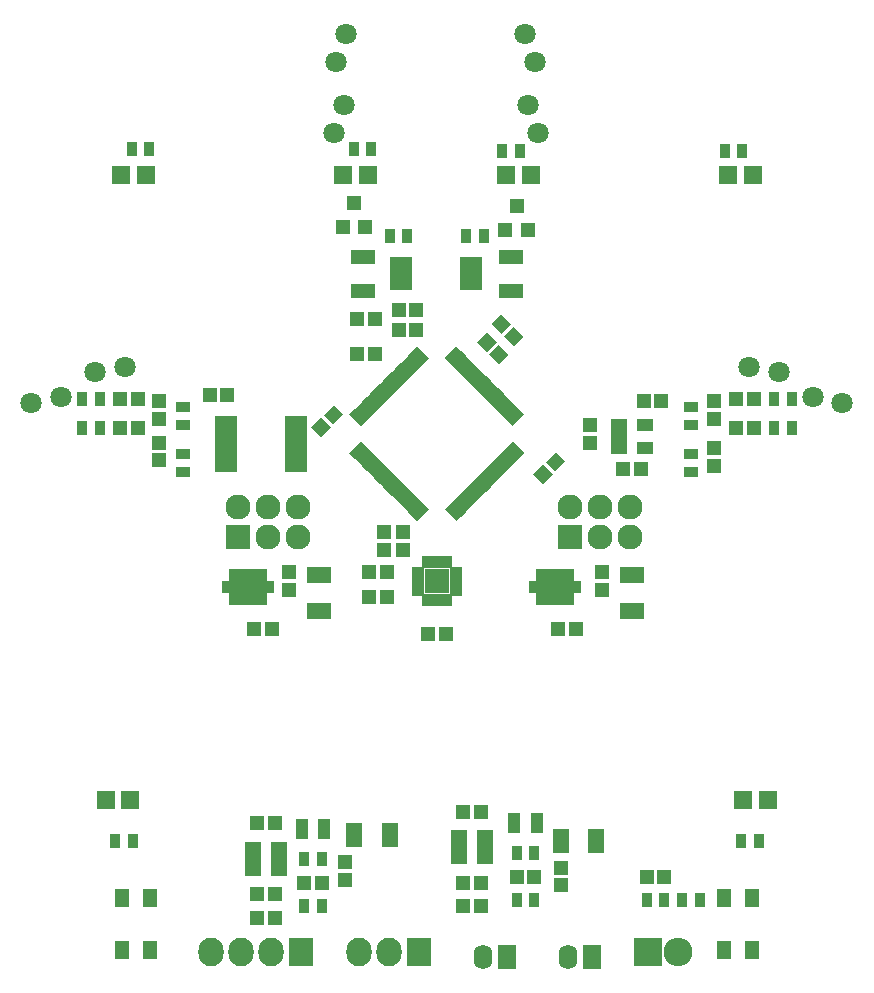
<source format=gts>
G04 #@! TF.FileFunction,Soldermask,Top*
%FSLAX46Y46*%
G04 Gerber Fmt 4.6, Leading zero omitted, Abs format (unit mm)*
G04 Created by KiCad (PCBNEW 4.0.4-stable) date *
%MOMM*%
%LPD*%
G01*
G04 APERTURE LIST*
%ADD10C,0.100000*%
%ADD11C,1.800000*%
%ADD12R,1.200000X1.150000*%
%ADD13R,1.150000X1.200000*%
%ADD14R,1.400000X2.000000*%
%ADD15R,1.598880X1.598880*%
%ADD16R,1.460000X1.050000*%
%ADD17R,0.600000X1.100000*%
%ADD18R,1.100000X0.600000*%
%ADD19R,1.200000X1.275000*%
%ADD20R,0.680000X1.000000*%
%ADD21R,4.400000X1.100000*%
%ADD22R,1.850000X0.850000*%
%ADD23R,1.100000X1.700000*%
%ADD24R,1.600000X2.100000*%
%ADD25O,1.600000X2.100000*%
%ADD26R,2.432000X2.432000*%
%ADD27O,2.432000X2.432000*%
%ADD28R,2.127200X2.432000*%
%ADD29O,2.127200X2.432000*%
%ADD30R,2.127200X2.127200*%
%ADD31O,2.127200X2.127200*%
%ADD32R,1.200100X1.200100*%
%ADD33R,0.900000X1.300000*%
%ADD34R,1.300000X0.900000*%
%ADD35R,1.200000X1.600000*%
%ADD36R,2.000000X1.400000*%
%ADD37R,2.100000X1.300000*%
G04 APERTURE END LIST*
D10*
D11*
X114169827Y-60871239D03*
X116671239Y-60430173D03*
X139759044Y-38027775D03*
X140627775Y-35640956D03*
X139959044Y-32027775D03*
X140827775Y-29640956D03*
D10*
G36*
X158548008Y-65038820D02*
X159361180Y-65851992D01*
X158512652Y-66700520D01*
X157699480Y-65887348D01*
X158548008Y-65038820D01*
X158548008Y-65038820D01*
G37*
G36*
X157487348Y-66099480D02*
X158300520Y-66912652D01*
X157451992Y-67761180D01*
X156638820Y-66948008D01*
X157487348Y-66099480D01*
X157487348Y-66099480D01*
G37*
G36*
X155447324Y-61396358D02*
X155906943Y-61855977D01*
X154916994Y-62845926D01*
X154457375Y-62386307D01*
X155447324Y-61396358D01*
X155447324Y-61396358D01*
G37*
G36*
X155093771Y-61042804D02*
X155553390Y-61502423D01*
X154563441Y-62492372D01*
X154103822Y-62032753D01*
X155093771Y-61042804D01*
X155093771Y-61042804D01*
G37*
G36*
X154740217Y-60689251D02*
X155199836Y-61148870D01*
X154209887Y-62138819D01*
X153750268Y-61679200D01*
X154740217Y-60689251D01*
X154740217Y-60689251D01*
G37*
G36*
X154386664Y-60335698D02*
X154846283Y-60795317D01*
X153856334Y-61785266D01*
X153396715Y-61325647D01*
X154386664Y-60335698D01*
X154386664Y-60335698D01*
G37*
G36*
X154033111Y-59982144D02*
X154492730Y-60441763D01*
X153502781Y-61431712D01*
X153043162Y-60972093D01*
X154033111Y-59982144D01*
X154033111Y-59982144D01*
G37*
G36*
X153679557Y-59628591D02*
X154139176Y-60088210D01*
X153149227Y-61078159D01*
X152689608Y-60618540D01*
X153679557Y-59628591D01*
X153679557Y-59628591D01*
G37*
G36*
X153326004Y-59275037D02*
X153785623Y-59734656D01*
X152795674Y-60724605D01*
X152336055Y-60264986D01*
X153326004Y-59275037D01*
X153326004Y-59275037D01*
G37*
G36*
X152972450Y-58921484D02*
X153432069Y-59381103D01*
X152442120Y-60371052D01*
X151982501Y-59911433D01*
X152972450Y-58921484D01*
X152972450Y-58921484D01*
G37*
G36*
X152618897Y-58567931D02*
X153078516Y-59027550D01*
X152088567Y-60017499D01*
X151628948Y-59557880D01*
X152618897Y-58567931D01*
X152618897Y-58567931D01*
G37*
G36*
X152265344Y-58214377D02*
X152724963Y-58673996D01*
X151735014Y-59663945D01*
X151275395Y-59204326D01*
X152265344Y-58214377D01*
X152265344Y-58214377D01*
G37*
G36*
X151911790Y-57860824D02*
X152371409Y-58320443D01*
X151381460Y-59310392D01*
X150921841Y-58850773D01*
X151911790Y-57860824D01*
X151911790Y-57860824D01*
G37*
G36*
X151558237Y-57507270D02*
X152017856Y-57966889D01*
X151027907Y-58956838D01*
X150568288Y-58497219D01*
X151558237Y-57507270D01*
X151558237Y-57507270D01*
G37*
G36*
X151204683Y-57153717D02*
X151664302Y-57613336D01*
X150674353Y-58603285D01*
X150214734Y-58143666D01*
X151204683Y-57153717D01*
X151204683Y-57153717D01*
G37*
G36*
X150851130Y-56800164D02*
X151310749Y-57259783D01*
X150320800Y-58249732D01*
X149861181Y-57790113D01*
X150851130Y-56800164D01*
X150851130Y-56800164D01*
G37*
G36*
X150497577Y-56446610D02*
X150957196Y-56906229D01*
X149967247Y-57896178D01*
X149507628Y-57436559D01*
X150497577Y-56446610D01*
X150497577Y-56446610D01*
G37*
G36*
X150144023Y-56093057D02*
X150603642Y-56552676D01*
X149613693Y-57542625D01*
X149154074Y-57083006D01*
X150144023Y-56093057D01*
X150144023Y-56093057D01*
G37*
G36*
X146396358Y-56552676D02*
X146855977Y-56093057D01*
X147845926Y-57083006D01*
X147386307Y-57542625D01*
X146396358Y-56552676D01*
X146396358Y-56552676D01*
G37*
G36*
X146042804Y-56906229D02*
X146502423Y-56446610D01*
X147492372Y-57436559D01*
X147032753Y-57896178D01*
X146042804Y-56906229D01*
X146042804Y-56906229D01*
G37*
G36*
X145689251Y-57259783D02*
X146148870Y-56800164D01*
X147138819Y-57790113D01*
X146679200Y-58249732D01*
X145689251Y-57259783D01*
X145689251Y-57259783D01*
G37*
G36*
X145335698Y-57613336D02*
X145795317Y-57153717D01*
X146785266Y-58143666D01*
X146325647Y-58603285D01*
X145335698Y-57613336D01*
X145335698Y-57613336D01*
G37*
G36*
X144982144Y-57966889D02*
X145441763Y-57507270D01*
X146431712Y-58497219D01*
X145972093Y-58956838D01*
X144982144Y-57966889D01*
X144982144Y-57966889D01*
G37*
G36*
X144628591Y-58320443D02*
X145088210Y-57860824D01*
X146078159Y-58850773D01*
X145618540Y-59310392D01*
X144628591Y-58320443D01*
X144628591Y-58320443D01*
G37*
G36*
X144275037Y-58673996D02*
X144734656Y-58214377D01*
X145724605Y-59204326D01*
X145264986Y-59663945D01*
X144275037Y-58673996D01*
X144275037Y-58673996D01*
G37*
G36*
X143921484Y-59027550D02*
X144381103Y-58567931D01*
X145371052Y-59557880D01*
X144911433Y-60017499D01*
X143921484Y-59027550D01*
X143921484Y-59027550D01*
G37*
G36*
X143567931Y-59381103D02*
X144027550Y-58921484D01*
X145017499Y-59911433D01*
X144557880Y-60371052D01*
X143567931Y-59381103D01*
X143567931Y-59381103D01*
G37*
G36*
X143214377Y-59734656D02*
X143673996Y-59275037D01*
X144663945Y-60264986D01*
X144204326Y-60724605D01*
X143214377Y-59734656D01*
X143214377Y-59734656D01*
G37*
G36*
X142860824Y-60088210D02*
X143320443Y-59628591D01*
X144310392Y-60618540D01*
X143850773Y-61078159D01*
X142860824Y-60088210D01*
X142860824Y-60088210D01*
G37*
G36*
X142507270Y-60441763D02*
X142966889Y-59982144D01*
X143956838Y-60972093D01*
X143497219Y-61431712D01*
X142507270Y-60441763D01*
X142507270Y-60441763D01*
G37*
G36*
X142153717Y-60795317D02*
X142613336Y-60335698D01*
X143603285Y-61325647D01*
X143143666Y-61785266D01*
X142153717Y-60795317D01*
X142153717Y-60795317D01*
G37*
G36*
X141800164Y-61148870D02*
X142259783Y-60689251D01*
X143249732Y-61679200D01*
X142790113Y-62138819D01*
X141800164Y-61148870D01*
X141800164Y-61148870D01*
G37*
G36*
X141446610Y-61502423D02*
X141906229Y-61042804D01*
X142896178Y-62032753D01*
X142436559Y-62492372D01*
X141446610Y-61502423D01*
X141446610Y-61502423D01*
G37*
G36*
X141093057Y-61855977D02*
X141552676Y-61396358D01*
X142542625Y-62386307D01*
X142083006Y-62845926D01*
X141093057Y-61855977D01*
X141093057Y-61855977D01*
G37*
G36*
X142083006Y-64154074D02*
X142542625Y-64613693D01*
X141552676Y-65603642D01*
X141093057Y-65144023D01*
X142083006Y-64154074D01*
X142083006Y-64154074D01*
G37*
G36*
X142436559Y-64507628D02*
X142896178Y-64967247D01*
X141906229Y-65957196D01*
X141446610Y-65497577D01*
X142436559Y-64507628D01*
X142436559Y-64507628D01*
G37*
G36*
X142790113Y-64861181D02*
X143249732Y-65320800D01*
X142259783Y-66310749D01*
X141800164Y-65851130D01*
X142790113Y-64861181D01*
X142790113Y-64861181D01*
G37*
G36*
X143143666Y-65214734D02*
X143603285Y-65674353D01*
X142613336Y-66664302D01*
X142153717Y-66204683D01*
X143143666Y-65214734D01*
X143143666Y-65214734D01*
G37*
G36*
X143497219Y-65568288D02*
X143956838Y-66027907D01*
X142966889Y-67017856D01*
X142507270Y-66558237D01*
X143497219Y-65568288D01*
X143497219Y-65568288D01*
G37*
G36*
X143850773Y-65921841D02*
X144310392Y-66381460D01*
X143320443Y-67371409D01*
X142860824Y-66911790D01*
X143850773Y-65921841D01*
X143850773Y-65921841D01*
G37*
G36*
X144204326Y-66275395D02*
X144663945Y-66735014D01*
X143673996Y-67724963D01*
X143214377Y-67265344D01*
X144204326Y-66275395D01*
X144204326Y-66275395D01*
G37*
G36*
X144557880Y-66628948D02*
X145017499Y-67088567D01*
X144027550Y-68078516D01*
X143567931Y-67618897D01*
X144557880Y-66628948D01*
X144557880Y-66628948D01*
G37*
G36*
X144911433Y-66982501D02*
X145371052Y-67442120D01*
X144381103Y-68432069D01*
X143921484Y-67972450D01*
X144911433Y-66982501D01*
X144911433Y-66982501D01*
G37*
G36*
X145264986Y-67336055D02*
X145724605Y-67795674D01*
X144734656Y-68785623D01*
X144275037Y-68326004D01*
X145264986Y-67336055D01*
X145264986Y-67336055D01*
G37*
G36*
X145618540Y-67689608D02*
X146078159Y-68149227D01*
X145088210Y-69139176D01*
X144628591Y-68679557D01*
X145618540Y-67689608D01*
X145618540Y-67689608D01*
G37*
G36*
X145972093Y-68043162D02*
X146431712Y-68502781D01*
X145441763Y-69492730D01*
X144982144Y-69033111D01*
X145972093Y-68043162D01*
X145972093Y-68043162D01*
G37*
G36*
X146325647Y-68396715D02*
X146785266Y-68856334D01*
X145795317Y-69846283D01*
X145335698Y-69386664D01*
X146325647Y-68396715D01*
X146325647Y-68396715D01*
G37*
G36*
X146679200Y-68750268D02*
X147138819Y-69209887D01*
X146148870Y-70199836D01*
X145689251Y-69740217D01*
X146679200Y-68750268D01*
X146679200Y-68750268D01*
G37*
G36*
X147032753Y-69103822D02*
X147492372Y-69563441D01*
X146502423Y-70553390D01*
X146042804Y-70093771D01*
X147032753Y-69103822D01*
X147032753Y-69103822D01*
G37*
G36*
X147386307Y-69457375D02*
X147845926Y-69916994D01*
X146855977Y-70906943D01*
X146396358Y-70447324D01*
X147386307Y-69457375D01*
X147386307Y-69457375D01*
G37*
G36*
X149154074Y-69916994D02*
X149613693Y-69457375D01*
X150603642Y-70447324D01*
X150144023Y-70906943D01*
X149154074Y-69916994D01*
X149154074Y-69916994D01*
G37*
G36*
X149507628Y-69563441D02*
X149967247Y-69103822D01*
X150957196Y-70093771D01*
X150497577Y-70553390D01*
X149507628Y-69563441D01*
X149507628Y-69563441D01*
G37*
G36*
X149861181Y-69209887D02*
X150320800Y-68750268D01*
X151310749Y-69740217D01*
X150851130Y-70199836D01*
X149861181Y-69209887D01*
X149861181Y-69209887D01*
G37*
G36*
X150214734Y-68856334D02*
X150674353Y-68396715D01*
X151664302Y-69386664D01*
X151204683Y-69846283D01*
X150214734Y-68856334D01*
X150214734Y-68856334D01*
G37*
G36*
X150568288Y-68502781D02*
X151027907Y-68043162D01*
X152017856Y-69033111D01*
X151558237Y-69492730D01*
X150568288Y-68502781D01*
X150568288Y-68502781D01*
G37*
G36*
X150921841Y-68149227D02*
X151381460Y-67689608D01*
X152371409Y-68679557D01*
X151911790Y-69139176D01*
X150921841Y-68149227D01*
X150921841Y-68149227D01*
G37*
G36*
X151275395Y-67795674D02*
X151735014Y-67336055D01*
X152724963Y-68326004D01*
X152265344Y-68785623D01*
X151275395Y-67795674D01*
X151275395Y-67795674D01*
G37*
G36*
X151628948Y-67442120D02*
X152088567Y-66982501D01*
X153078516Y-67972450D01*
X152618897Y-68432069D01*
X151628948Y-67442120D01*
X151628948Y-67442120D01*
G37*
G36*
X151982501Y-67088567D02*
X152442120Y-66628948D01*
X153432069Y-67618897D01*
X152972450Y-68078516D01*
X151982501Y-67088567D01*
X151982501Y-67088567D01*
G37*
G36*
X152336055Y-66735014D02*
X152795674Y-66275395D01*
X153785623Y-67265344D01*
X153326004Y-67724963D01*
X152336055Y-66735014D01*
X152336055Y-66735014D01*
G37*
G36*
X152689608Y-66381460D02*
X153149227Y-65921841D01*
X154139176Y-66911790D01*
X153679557Y-67371409D01*
X152689608Y-66381460D01*
X152689608Y-66381460D01*
G37*
G36*
X153043162Y-66027907D02*
X153502781Y-65568288D01*
X154492730Y-66558237D01*
X154033111Y-67017856D01*
X153043162Y-66027907D01*
X153043162Y-66027907D01*
G37*
G36*
X153396715Y-65674353D02*
X153856334Y-65214734D01*
X154846283Y-66204683D01*
X154386664Y-66664302D01*
X153396715Y-65674353D01*
X153396715Y-65674353D01*
G37*
G36*
X153750268Y-65320800D02*
X154209887Y-64861181D01*
X155199836Y-65851130D01*
X154740217Y-66310749D01*
X153750268Y-65320800D01*
X153750268Y-65320800D01*
G37*
G36*
X154103822Y-64967247D02*
X154563441Y-64507628D01*
X155553390Y-65497577D01*
X155093771Y-65957196D01*
X154103822Y-64967247D01*
X154103822Y-64967247D01*
G37*
G36*
X154457375Y-64613693D02*
X154916994Y-64154074D01*
X155906943Y-65144023D01*
X155447324Y-65603642D01*
X154457375Y-64613693D01*
X154457375Y-64613693D01*
G37*
D12*
X145250000Y-53000000D03*
X146750000Y-53000000D03*
X134750000Y-104500000D03*
X133250000Y-104500000D03*
X152250000Y-103500000D03*
X150750000Y-103500000D03*
X134750000Y-102500000D03*
X133250000Y-102500000D03*
X152250000Y-101500000D03*
X150750000Y-101500000D03*
X134750000Y-96500000D03*
X133250000Y-96500000D03*
X152250000Y-95500000D03*
X150750000Y-95500000D03*
X138750000Y-101500000D03*
X137250000Y-101500000D03*
X156750000Y-101000000D03*
X155250000Y-101000000D03*
D13*
X159000000Y-100250000D03*
X159000000Y-101750000D03*
X140750000Y-99750000D03*
X140750000Y-101250000D03*
D14*
X159000000Y-98000000D03*
X162000000Y-98000000D03*
X141500000Y-97500000D03*
X144500000Y-97500000D03*
D12*
X165750000Y-66500000D03*
X164250000Y-66500000D03*
D13*
X161500000Y-62750000D03*
X161500000Y-64250000D03*
D12*
X166000000Y-60750000D03*
X167500000Y-60750000D03*
X129250000Y-60250000D03*
X130750000Y-60250000D03*
X141750000Y-56750000D03*
X143250000Y-56750000D03*
D13*
X144000000Y-71850000D03*
X144000000Y-73350000D03*
D12*
X167750000Y-101000000D03*
X166250000Y-101000000D03*
D13*
X145600000Y-71850000D03*
X145600000Y-73350000D03*
D10*
G36*
X139748008Y-61038820D02*
X140561180Y-61851992D01*
X139712652Y-62700520D01*
X138899480Y-61887348D01*
X139748008Y-61038820D01*
X139748008Y-61038820D01*
G37*
G36*
X138687348Y-62099480D02*
X139500520Y-62912652D01*
X138651992Y-63761180D01*
X137838820Y-62948008D01*
X138687348Y-62099480D01*
X138687348Y-62099480D01*
G37*
D12*
X145250000Y-54750000D03*
X146750000Y-54750000D03*
X143250000Y-53750000D03*
X141750000Y-53750000D03*
D10*
G36*
X153138820Y-54201992D02*
X153951992Y-53388820D01*
X154800520Y-54237348D01*
X153987348Y-55050520D01*
X153138820Y-54201992D01*
X153138820Y-54201992D01*
G37*
G36*
X154199480Y-55262652D02*
X155012652Y-54449480D01*
X155861180Y-55298008D01*
X155048008Y-56111180D01*
X154199480Y-55262652D01*
X154199480Y-55262652D01*
G37*
G36*
X151888820Y-55701992D02*
X152701992Y-54888820D01*
X153550520Y-55737348D01*
X152737348Y-56550520D01*
X151888820Y-55701992D01*
X151888820Y-55701992D01*
G37*
G36*
X152949480Y-56762652D02*
X153762652Y-55949480D01*
X154611180Y-56798008D01*
X153798008Y-57611180D01*
X152949480Y-56762652D01*
X152949480Y-56762652D01*
G37*
D12*
X144250000Y-77300000D03*
X142750000Y-77300000D03*
X144250000Y-75250000D03*
X142750000Y-75250000D03*
X147750000Y-80500000D03*
X149250000Y-80500000D03*
X160250000Y-80000000D03*
X158750000Y-80000000D03*
D13*
X162500000Y-75250000D03*
X162500000Y-76750000D03*
D12*
X134550000Y-80000000D03*
X133050000Y-80000000D03*
X123150000Y-60600000D03*
X121650000Y-60600000D03*
D13*
X125000000Y-60750000D03*
X125000000Y-62250000D03*
X125000000Y-65750000D03*
X125000000Y-64250000D03*
D12*
X173850000Y-60600000D03*
X175350000Y-60600000D03*
D13*
X172000000Y-62250000D03*
X172000000Y-60750000D03*
D12*
X173850000Y-63000000D03*
X175350000Y-63000000D03*
D13*
X172000000Y-64750000D03*
X172000000Y-66250000D03*
D15*
X176549020Y-94500000D03*
X174450980Y-94500000D03*
X123849020Y-41600000D03*
X121750980Y-41600000D03*
X142649020Y-41600000D03*
X140550980Y-41600000D03*
X154350980Y-41600000D03*
X156449020Y-41600000D03*
X173150980Y-41600000D03*
X175249020Y-41600000D03*
X120450980Y-94500000D03*
X122549020Y-94500000D03*
D11*
X119569827Y-58271239D03*
X122071239Y-57830173D03*
X156172225Y-35640956D03*
X157040956Y-38027775D03*
X174928761Y-57830173D03*
X177430173Y-58271239D03*
X155972225Y-29640956D03*
X156840956Y-32027775D03*
X180328761Y-60430173D03*
X182830173Y-60871239D03*
D16*
X132900000Y-98550000D03*
X132900000Y-99500000D03*
X132900000Y-100450000D03*
X135100000Y-100450000D03*
X135100000Y-98550000D03*
X135100000Y-99500000D03*
X150400000Y-97550000D03*
X150400000Y-98500000D03*
X150400000Y-99450000D03*
X152600000Y-99450000D03*
X152600000Y-97550000D03*
X152600000Y-98500000D03*
X163900000Y-62800000D03*
X163900000Y-63750000D03*
X163900000Y-64700000D03*
X166100000Y-64700000D03*
X166100000Y-62800000D03*
D17*
X149500000Y-74400000D03*
X149100000Y-74400000D03*
X148700000Y-74400000D03*
X148300000Y-74400000D03*
X147900000Y-74400000D03*
X147500000Y-74400000D03*
D18*
X146900000Y-75000000D03*
X146900000Y-75400000D03*
X146900000Y-75800000D03*
X146900000Y-76200000D03*
X146900000Y-76600000D03*
X146900000Y-77000000D03*
D17*
X147500000Y-77600000D03*
X147900000Y-77600000D03*
X148300000Y-77600000D03*
X148700000Y-77600000D03*
X149100000Y-77600000D03*
X149500000Y-77600000D03*
D18*
X150100000Y-77000000D03*
X150100000Y-76600000D03*
X150100000Y-76200000D03*
X150100000Y-75800000D03*
X150100000Y-75400000D03*
X150100000Y-75000000D03*
D19*
X148100000Y-76435000D03*
X148900000Y-76435000D03*
X148100000Y-75565000D03*
X148900000Y-75565000D03*
D20*
X159750000Y-77500000D03*
X159250000Y-77500000D03*
X158750000Y-77500000D03*
X158250000Y-77500000D03*
X157750000Y-77500000D03*
X157250000Y-77500000D03*
X159750000Y-75500000D03*
X159250000Y-75500000D03*
X158750000Y-75500000D03*
X158250000Y-75500000D03*
X157750000Y-75500000D03*
X157250000Y-75500000D03*
D21*
X158500000Y-76500000D03*
D20*
X133750000Y-77500000D03*
X133250000Y-77500000D03*
X132750000Y-77500000D03*
X132250000Y-77500000D03*
X131750000Y-77500000D03*
X131250000Y-77500000D03*
X133750000Y-75500000D03*
X133250000Y-75500000D03*
X132750000Y-75500000D03*
X132250000Y-75500000D03*
X131750000Y-75500000D03*
X131250000Y-75500000D03*
D21*
X132500000Y-76500000D03*
D22*
X151350000Y-50875000D03*
X151350000Y-50225000D03*
X151350000Y-49575000D03*
X151350000Y-48925000D03*
X145450000Y-48925000D03*
X145450000Y-49575000D03*
X145450000Y-50225000D03*
X145450000Y-50875000D03*
D23*
X137050000Y-97000000D03*
X138950000Y-97000000D03*
X155050000Y-96500000D03*
X156950000Y-96500000D03*
D24*
X161600000Y-107800000D03*
D25*
X159600000Y-107800000D03*
D24*
X154400000Y-107800000D03*
D25*
X152400000Y-107800000D03*
D26*
X166400000Y-107400000D03*
D27*
X168940000Y-107400000D03*
D28*
X147000000Y-107400000D03*
D29*
X144460000Y-107400000D03*
X141920000Y-107400000D03*
D30*
X159750000Y-72250000D03*
D31*
X159750000Y-69710000D03*
X162290000Y-72250000D03*
X162290000Y-69710000D03*
X164830000Y-72250000D03*
X164830000Y-69710000D03*
D30*
X131670000Y-72250000D03*
D31*
X131670000Y-69710000D03*
X134210000Y-72250000D03*
X134210000Y-69710000D03*
X136750000Y-72250000D03*
X136750000Y-69710000D03*
D32*
X154300000Y-46250760D03*
X156200000Y-46250760D03*
X155250000Y-44251780D03*
X140550000Y-46000760D03*
X142450000Y-46000760D03*
X141500000Y-44001780D03*
D33*
X174250000Y-98000000D03*
X175750000Y-98000000D03*
X138750000Y-99500000D03*
X137250000Y-99500000D03*
X137250000Y-103500000D03*
X138750000Y-103500000D03*
X156750000Y-99000000D03*
X155250000Y-99000000D03*
X155250000Y-103000000D03*
X156750000Y-103000000D03*
X122650000Y-39400000D03*
X124150000Y-39400000D03*
X141450000Y-39400000D03*
X142950000Y-39400000D03*
X155550000Y-39600000D03*
X154050000Y-39600000D03*
X174350000Y-39600000D03*
X172850000Y-39600000D03*
X122750000Y-98000000D03*
X121250000Y-98000000D03*
X170750000Y-103000000D03*
X169250000Y-103000000D03*
X167750000Y-103000000D03*
X166250000Y-103000000D03*
X119950000Y-60600000D03*
X118450000Y-60600000D03*
D34*
X127000000Y-61250000D03*
X127000000Y-62750000D03*
D33*
X119950000Y-63000000D03*
X118450000Y-63000000D03*
D34*
X127000000Y-66750000D03*
X127000000Y-65250000D03*
D33*
X177050000Y-60600000D03*
X178550000Y-60600000D03*
D34*
X170000000Y-62750000D03*
X170000000Y-61250000D03*
D33*
X177050000Y-63000000D03*
X178550000Y-63000000D03*
D34*
X170000000Y-65250000D03*
X170000000Y-66750000D03*
D33*
X151000000Y-46750000D03*
X152500000Y-46750000D03*
D35*
X124200000Y-107200000D03*
X121800000Y-107200000D03*
X124200000Y-102800000D03*
X121800000Y-102800000D03*
X175200000Y-107200000D03*
X172800000Y-107200000D03*
X175200000Y-102800000D03*
X172800000Y-102800000D03*
D36*
X165000000Y-75500000D03*
X165000000Y-78500000D03*
D13*
X136000000Y-75250000D03*
X136000000Y-76750000D03*
D36*
X138500000Y-75500000D03*
X138500000Y-78500000D03*
D12*
X123150000Y-63000000D03*
X121650000Y-63000000D03*
D37*
X154750000Y-48550000D03*
X154750000Y-51450000D03*
D33*
X146000000Y-46750000D03*
X144500000Y-46750000D03*
D37*
X142250000Y-48550000D03*
X142250000Y-51450000D03*
D28*
X137000000Y-107400000D03*
D29*
X134460000Y-107400000D03*
X131920000Y-107400000D03*
X129380000Y-107400000D03*
D22*
X130650000Y-62450000D03*
X130650000Y-63100000D03*
X130650000Y-63750000D03*
X130650000Y-64400000D03*
X130650000Y-65050000D03*
X130650000Y-65700000D03*
X130650000Y-66350000D03*
X136550000Y-66350000D03*
X136550000Y-65700000D03*
X136550000Y-65050000D03*
X136550000Y-64400000D03*
X136550000Y-63750000D03*
X136550000Y-63100000D03*
X136550000Y-62450000D03*
M02*

</source>
